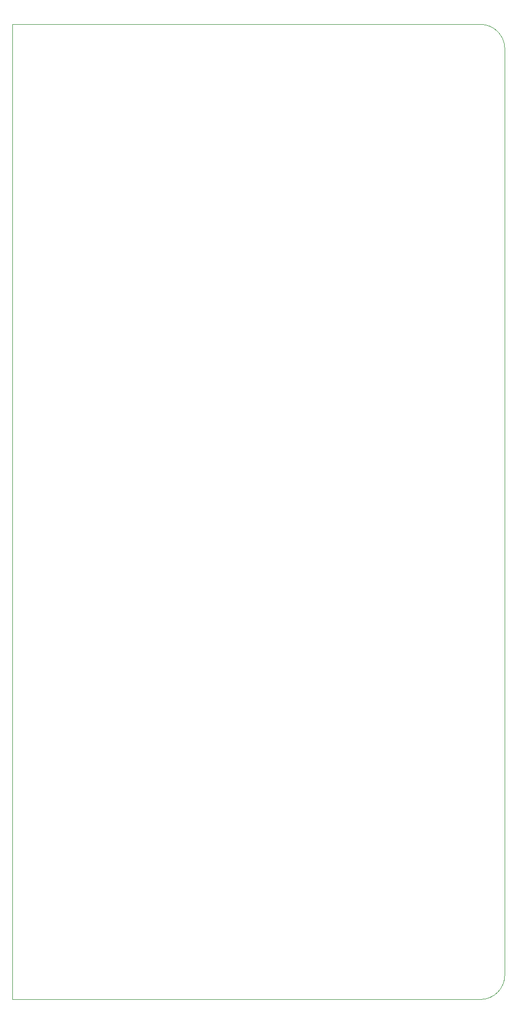
<source format=gm1>
G04 #@! TF.GenerationSoftware,KiCad,Pcbnew,(5.1.5)-3*
G04 #@! TF.CreationDate,2021-09-09T23:23:36-04:00*
G04 #@! TF.ProjectId,numpad_pcb,6e756d70-6164-45f7-9063-622e6b696361,rev?*
G04 #@! TF.SameCoordinates,Original*
G04 #@! TF.FileFunction,Profile,NP*
%FSLAX46Y46*%
G04 Gerber Fmt 4.6, Leading zero omitted, Abs format (unit mm)*
G04 Created by KiCad (PCBNEW (5.1.5)-3) date 2021-09-09 23:23:36*
%MOMM*%
%LPD*%
G04 APERTURE LIST*
%ADD10C,0.050000*%
G04 APERTURE END LIST*
D10*
X140550000Y-26000000D02*
G75*
G02X144550000Y-30000000I0J-4000000D01*
G01*
X144550000Y-182200000D02*
G75*
G02X140550000Y-186200000I-4000000J0D01*
G01*
X63525000Y-26000000D02*
X140550000Y-26000000D01*
X63525000Y-186200000D02*
X140550000Y-186200000D01*
X63525000Y-186200000D02*
X63525000Y-26000000D01*
X144550000Y-182200000D02*
X144550000Y-30000000D01*
M02*

</source>
